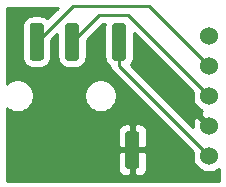
<source format=gbr>
G04 #@! TF.GenerationSoftware,KiCad,Pcbnew,(5.1.5)-3*
G04 #@! TF.CreationDate,2020-12-21T13:18:25+01:00*
G04 #@! TF.ProjectId,epimetheus_paj7620,6570696d-6574-4686-9575-735f70616a37,rev?*
G04 #@! TF.SameCoordinates,Original*
G04 #@! TF.FileFunction,Copper,L1,Top*
G04 #@! TF.FilePolarity,Positive*
%FSLAX46Y46*%
G04 Gerber Fmt 4.6, Leading zero omitted, Abs format (unit mm)*
G04 Created by KiCad (PCBNEW (5.1.5)-3) date 2020-12-21 13:18:25*
%MOMM*%
%LPD*%
G04 APERTURE LIST*
%ADD10C,1.524000*%
%ADD11C,0.100000*%
%ADD12C,0.800000*%
%ADD13C,0.250000*%
%ADD14C,0.254000*%
G04 APERTURE END LIST*
D10*
X179578000Y-25908000D03*
X179578000Y-28448000D03*
X179578000Y-30988000D03*
X179578000Y-33528000D03*
X179578000Y-36068000D03*
G04 #@! TA.AperFunction,SMDPad,CuDef*
D11*
G36*
X165302405Y-24817445D02*
G01*
X165331527Y-24821764D01*
X165360085Y-24828918D01*
X165387805Y-24838836D01*
X165414419Y-24851424D01*
X165439671Y-24866559D01*
X165463318Y-24884097D01*
X165485132Y-24903868D01*
X165504903Y-24925682D01*
X165522441Y-24949329D01*
X165537576Y-24974581D01*
X165550164Y-25001195D01*
X165560082Y-25028915D01*
X165567236Y-25057473D01*
X165571555Y-25086595D01*
X165573000Y-25116000D01*
X165573000Y-27716000D01*
X165571555Y-27745405D01*
X165567236Y-27774527D01*
X165560082Y-27803085D01*
X165550164Y-27830805D01*
X165537576Y-27857419D01*
X165522441Y-27882671D01*
X165504903Y-27906318D01*
X165485132Y-27928132D01*
X165463318Y-27947903D01*
X165439671Y-27965441D01*
X165414419Y-27980576D01*
X165387805Y-27993164D01*
X165360085Y-28003082D01*
X165331527Y-28010236D01*
X165302405Y-28014555D01*
X165273000Y-28016000D01*
X164673000Y-28016000D01*
X164643595Y-28014555D01*
X164614473Y-28010236D01*
X164585915Y-28003082D01*
X164558195Y-27993164D01*
X164531581Y-27980576D01*
X164506329Y-27965441D01*
X164482682Y-27947903D01*
X164460868Y-27928132D01*
X164441097Y-27906318D01*
X164423559Y-27882671D01*
X164408424Y-27857419D01*
X164395836Y-27830805D01*
X164385918Y-27803085D01*
X164378764Y-27774527D01*
X164374445Y-27745405D01*
X164373000Y-27716000D01*
X164373000Y-25116000D01*
X164374445Y-25086595D01*
X164378764Y-25057473D01*
X164385918Y-25028915D01*
X164395836Y-25001195D01*
X164408424Y-24974581D01*
X164423559Y-24949329D01*
X164441097Y-24925682D01*
X164460868Y-24903868D01*
X164482682Y-24884097D01*
X164506329Y-24866559D01*
X164531581Y-24851424D01*
X164558195Y-24838836D01*
X164585915Y-24828918D01*
X164614473Y-24821764D01*
X164643595Y-24817445D01*
X164673000Y-24816000D01*
X165273000Y-24816000D01*
X165302405Y-24817445D01*
G37*
G04 #@! TD.AperFunction*
G04 #@! TA.AperFunction,SMDPad,CuDef*
G36*
X168302405Y-24817445D02*
G01*
X168331527Y-24821764D01*
X168360085Y-24828918D01*
X168387805Y-24838836D01*
X168414419Y-24851424D01*
X168439671Y-24866559D01*
X168463318Y-24884097D01*
X168485132Y-24903868D01*
X168504903Y-24925682D01*
X168522441Y-24949329D01*
X168537576Y-24974581D01*
X168550164Y-25001195D01*
X168560082Y-25028915D01*
X168567236Y-25057473D01*
X168571555Y-25086595D01*
X168573000Y-25116000D01*
X168573000Y-27716000D01*
X168571555Y-27745405D01*
X168567236Y-27774527D01*
X168560082Y-27803085D01*
X168550164Y-27830805D01*
X168537576Y-27857419D01*
X168522441Y-27882671D01*
X168504903Y-27906318D01*
X168485132Y-27928132D01*
X168463318Y-27947903D01*
X168439671Y-27965441D01*
X168414419Y-27980576D01*
X168387805Y-27993164D01*
X168360085Y-28003082D01*
X168331527Y-28010236D01*
X168302405Y-28014555D01*
X168273000Y-28016000D01*
X167673000Y-28016000D01*
X167643595Y-28014555D01*
X167614473Y-28010236D01*
X167585915Y-28003082D01*
X167558195Y-27993164D01*
X167531581Y-27980576D01*
X167506329Y-27965441D01*
X167482682Y-27947903D01*
X167460868Y-27928132D01*
X167441097Y-27906318D01*
X167423559Y-27882671D01*
X167408424Y-27857419D01*
X167395836Y-27830805D01*
X167385918Y-27803085D01*
X167378764Y-27774527D01*
X167374445Y-27745405D01*
X167373000Y-27716000D01*
X167373000Y-25116000D01*
X167374445Y-25086595D01*
X167378764Y-25057473D01*
X167385918Y-25028915D01*
X167395836Y-25001195D01*
X167408424Y-24974581D01*
X167423559Y-24949329D01*
X167441097Y-24925682D01*
X167460868Y-24903868D01*
X167482682Y-24884097D01*
X167506329Y-24866559D01*
X167531581Y-24851424D01*
X167558195Y-24838836D01*
X167585915Y-24828918D01*
X167614473Y-24821764D01*
X167643595Y-24817445D01*
X167673000Y-24816000D01*
X168273000Y-24816000D01*
X168302405Y-24817445D01*
G37*
G04 #@! TD.AperFunction*
G04 #@! TA.AperFunction,SMDPad,CuDef*
G36*
X172287405Y-24817445D02*
G01*
X172316527Y-24821764D01*
X172345085Y-24828918D01*
X172372805Y-24838836D01*
X172399419Y-24851424D01*
X172424671Y-24866559D01*
X172448318Y-24884097D01*
X172470132Y-24903868D01*
X172489903Y-24925682D01*
X172507441Y-24949329D01*
X172522576Y-24974581D01*
X172535164Y-25001195D01*
X172545082Y-25028915D01*
X172552236Y-25057473D01*
X172556555Y-25086595D01*
X172558000Y-25116000D01*
X172558000Y-27716000D01*
X172556555Y-27745405D01*
X172552236Y-27774527D01*
X172545082Y-27803085D01*
X172535164Y-27830805D01*
X172522576Y-27857419D01*
X172507441Y-27882671D01*
X172489903Y-27906318D01*
X172470132Y-27928132D01*
X172448318Y-27947903D01*
X172424671Y-27965441D01*
X172399419Y-27980576D01*
X172372805Y-27993164D01*
X172345085Y-28003082D01*
X172316527Y-28010236D01*
X172287405Y-28014555D01*
X172258000Y-28016000D01*
X171658000Y-28016000D01*
X171628595Y-28014555D01*
X171599473Y-28010236D01*
X171570915Y-28003082D01*
X171543195Y-27993164D01*
X171516581Y-27980576D01*
X171491329Y-27965441D01*
X171467682Y-27947903D01*
X171445868Y-27928132D01*
X171426097Y-27906318D01*
X171408559Y-27882671D01*
X171393424Y-27857419D01*
X171380836Y-27830805D01*
X171370918Y-27803085D01*
X171363764Y-27774527D01*
X171359445Y-27745405D01*
X171358000Y-27716000D01*
X171358000Y-25116000D01*
X171359445Y-25086595D01*
X171363764Y-25057473D01*
X171370918Y-25028915D01*
X171380836Y-25001195D01*
X171393424Y-24974581D01*
X171408559Y-24949329D01*
X171426097Y-24925682D01*
X171445868Y-24903868D01*
X171467682Y-24884097D01*
X171491329Y-24866559D01*
X171516581Y-24851424D01*
X171543195Y-24838836D01*
X171570915Y-24828918D01*
X171599473Y-24821764D01*
X171628595Y-24817445D01*
X171658000Y-24816000D01*
X172258000Y-24816000D01*
X172287405Y-24817445D01*
G37*
G04 #@! TD.AperFunction*
G04 #@! TA.AperFunction,SMDPad,CuDef*
G36*
X173402405Y-33961445D02*
G01*
X173431527Y-33965764D01*
X173460085Y-33972918D01*
X173487805Y-33982836D01*
X173514419Y-33995424D01*
X173539671Y-34010559D01*
X173563318Y-34028097D01*
X173585132Y-34047868D01*
X173604903Y-34069682D01*
X173622441Y-34093329D01*
X173637576Y-34118581D01*
X173650164Y-34145195D01*
X173660082Y-34172915D01*
X173667236Y-34201473D01*
X173671555Y-34230595D01*
X173673000Y-34260000D01*
X173673000Y-36860000D01*
X173671555Y-36889405D01*
X173667236Y-36918527D01*
X173660082Y-36947085D01*
X173650164Y-36974805D01*
X173637576Y-37001419D01*
X173622441Y-37026671D01*
X173604903Y-37050318D01*
X173585132Y-37072132D01*
X173563318Y-37091903D01*
X173539671Y-37109441D01*
X173514419Y-37124576D01*
X173487805Y-37137164D01*
X173460085Y-37147082D01*
X173431527Y-37154236D01*
X173402405Y-37158555D01*
X173373000Y-37160000D01*
X172773000Y-37160000D01*
X172743595Y-37158555D01*
X172714473Y-37154236D01*
X172685915Y-37147082D01*
X172658195Y-37137164D01*
X172631581Y-37124576D01*
X172606329Y-37109441D01*
X172582682Y-37091903D01*
X172560868Y-37072132D01*
X172541097Y-37050318D01*
X172523559Y-37026671D01*
X172508424Y-37001419D01*
X172495836Y-36974805D01*
X172485918Y-36947085D01*
X172478764Y-36918527D01*
X172474445Y-36889405D01*
X172473000Y-36860000D01*
X172473000Y-34260000D01*
X172474445Y-34230595D01*
X172478764Y-34201473D01*
X172485918Y-34172915D01*
X172495836Y-34145195D01*
X172508424Y-34118581D01*
X172523559Y-34093329D01*
X172541097Y-34069682D01*
X172560868Y-34047868D01*
X172582682Y-34028097D01*
X172606329Y-34010559D01*
X172631581Y-33995424D01*
X172658195Y-33982836D01*
X172685915Y-33972918D01*
X172714473Y-33965764D01*
X172743595Y-33961445D01*
X172773000Y-33960000D01*
X173373000Y-33960000D01*
X173402405Y-33961445D01*
G37*
G04 #@! TD.AperFunction*
D12*
X172974000Y-35560000D03*
D13*
X168021000Y-23368000D02*
X164973000Y-26416000D01*
X179578000Y-28448000D02*
X174498000Y-23368000D01*
X174498000Y-23368000D02*
X168021000Y-23368000D01*
X170259000Y-24130000D02*
X167973000Y-26416000D01*
X179578000Y-30988000D02*
X172720000Y-24130000D01*
X172720000Y-24130000D02*
X170259000Y-24130000D01*
X171958000Y-28448000D02*
X171958000Y-26416000D01*
X179578000Y-36068000D02*
X171958000Y-28448000D01*
D14*
G36*
X165895233Y-24418966D02*
G01*
X165794165Y-24336022D01*
X165631985Y-24249334D01*
X165456009Y-24195953D01*
X165273000Y-24177928D01*
X164673000Y-24177928D01*
X164489991Y-24195953D01*
X164314015Y-24249334D01*
X164151835Y-24336022D01*
X164009683Y-24452683D01*
X163893022Y-24594835D01*
X163806334Y-24757015D01*
X163752953Y-24932991D01*
X163734928Y-25116000D01*
X163734928Y-27716000D01*
X163752953Y-27899009D01*
X163806334Y-28074985D01*
X163893022Y-28237165D01*
X164009683Y-28379317D01*
X164151835Y-28495978D01*
X164314015Y-28582666D01*
X164489991Y-28636047D01*
X164673000Y-28654072D01*
X165273000Y-28654072D01*
X165456009Y-28636047D01*
X165631985Y-28582666D01*
X165794165Y-28495978D01*
X165936317Y-28379317D01*
X166052978Y-28237165D01*
X166139666Y-28074985D01*
X166193047Y-27899009D01*
X166211072Y-27716000D01*
X166211072Y-26252729D01*
X166734928Y-25728873D01*
X166734928Y-27716000D01*
X166752953Y-27899009D01*
X166806334Y-28074985D01*
X166893022Y-28237165D01*
X167009683Y-28379317D01*
X167151835Y-28495978D01*
X167314015Y-28582666D01*
X167489991Y-28636047D01*
X167673000Y-28654072D01*
X168273000Y-28654072D01*
X168456009Y-28636047D01*
X168631985Y-28582666D01*
X168794165Y-28495978D01*
X168936317Y-28379317D01*
X169052978Y-28237165D01*
X169139666Y-28074985D01*
X169193047Y-27899009D01*
X169211072Y-27716000D01*
X169211072Y-26252729D01*
X170573802Y-24890000D01*
X170750994Y-24890000D01*
X170737953Y-24932991D01*
X170719928Y-25116000D01*
X170719928Y-27716000D01*
X170737953Y-27899009D01*
X170791334Y-28074985D01*
X170878022Y-28237165D01*
X170994683Y-28379317D01*
X171136835Y-28495978D01*
X171202506Y-28531080D01*
X171208997Y-28596985D01*
X171226314Y-28654072D01*
X171252454Y-28740246D01*
X171323026Y-28872276D01*
X171362871Y-28920826D01*
X171417999Y-28988001D01*
X171447003Y-29011804D01*
X178211628Y-35776430D01*
X178181000Y-35930408D01*
X178181000Y-36205592D01*
X178234686Y-36475490D01*
X178339995Y-36729727D01*
X178492880Y-36958535D01*
X178687465Y-37153120D01*
X178916273Y-37306005D01*
X179170510Y-37411314D01*
X179440408Y-37465000D01*
X179715592Y-37465000D01*
X179985490Y-37411314D01*
X180239727Y-37306005D01*
X180442000Y-37170850D01*
X180442000Y-38202000D01*
X162458000Y-38202000D01*
X162458000Y-37160000D01*
X171834928Y-37160000D01*
X171847188Y-37284482D01*
X171883498Y-37404180D01*
X171942463Y-37514494D01*
X172021815Y-37611185D01*
X172118506Y-37690537D01*
X172228820Y-37749502D01*
X172348518Y-37785812D01*
X172473000Y-37798072D01*
X172787250Y-37795000D01*
X172946000Y-37636250D01*
X172946000Y-35687000D01*
X173200000Y-35687000D01*
X173200000Y-37636250D01*
X173358750Y-37795000D01*
X173673000Y-37798072D01*
X173797482Y-37785812D01*
X173917180Y-37749502D01*
X174027494Y-37690537D01*
X174124185Y-37611185D01*
X174203537Y-37514494D01*
X174262502Y-37404180D01*
X174298812Y-37284482D01*
X174311072Y-37160000D01*
X174308000Y-35845750D01*
X174149250Y-35687000D01*
X173200000Y-35687000D01*
X172946000Y-35687000D01*
X171996750Y-35687000D01*
X171838000Y-35845750D01*
X171834928Y-37160000D01*
X162458000Y-37160000D01*
X162458000Y-33960000D01*
X171834928Y-33960000D01*
X171838000Y-35274250D01*
X171996750Y-35433000D01*
X172946000Y-35433000D01*
X172946000Y-33483750D01*
X173200000Y-33483750D01*
X173200000Y-35433000D01*
X174149250Y-35433000D01*
X174308000Y-35274250D01*
X174311072Y-33960000D01*
X174298812Y-33835518D01*
X174262502Y-33715820D01*
X174203537Y-33605506D01*
X174124185Y-33508815D01*
X174027494Y-33429463D01*
X173917180Y-33370498D01*
X173797482Y-33334188D01*
X173673000Y-33321928D01*
X173358750Y-33325000D01*
X173200000Y-33483750D01*
X172946000Y-33483750D01*
X172787250Y-33325000D01*
X172473000Y-33321928D01*
X172348518Y-33334188D01*
X172228820Y-33370498D01*
X172118506Y-33429463D01*
X172021815Y-33508815D01*
X171942463Y-33605506D01*
X171883498Y-33715820D01*
X171847188Y-33835518D01*
X171834928Y-33960000D01*
X162458000Y-33960000D01*
X162458000Y-32031685D01*
X162490114Y-32063799D01*
X162716957Y-32215371D01*
X162969011Y-32319775D01*
X163236589Y-32373000D01*
X163509411Y-32373000D01*
X163776989Y-32319775D01*
X164029043Y-32215371D01*
X164255886Y-32063799D01*
X164448799Y-31870886D01*
X164600371Y-31644043D01*
X164704775Y-31391989D01*
X164758000Y-31124411D01*
X164758000Y-30851589D01*
X168988000Y-30851589D01*
X168988000Y-31124411D01*
X169041225Y-31391989D01*
X169145629Y-31644043D01*
X169297201Y-31870886D01*
X169490114Y-32063799D01*
X169716957Y-32215371D01*
X169969011Y-32319775D01*
X170236589Y-32373000D01*
X170509411Y-32373000D01*
X170776989Y-32319775D01*
X171029043Y-32215371D01*
X171255886Y-32063799D01*
X171448799Y-31870886D01*
X171600371Y-31644043D01*
X171704775Y-31391989D01*
X171758000Y-31124411D01*
X171758000Y-30851589D01*
X171704775Y-30584011D01*
X171600371Y-30331957D01*
X171448799Y-30105114D01*
X171255886Y-29912201D01*
X171029043Y-29760629D01*
X170776989Y-29656225D01*
X170509411Y-29603000D01*
X170236589Y-29603000D01*
X169969011Y-29656225D01*
X169716957Y-29760629D01*
X169490114Y-29912201D01*
X169297201Y-30105114D01*
X169145629Y-30331957D01*
X169041225Y-30584011D01*
X168988000Y-30851589D01*
X164758000Y-30851589D01*
X164704775Y-30584011D01*
X164600371Y-30331957D01*
X164448799Y-30105114D01*
X164255886Y-29912201D01*
X164029043Y-29760629D01*
X163776989Y-29656225D01*
X163509411Y-29603000D01*
X163236589Y-29603000D01*
X162969011Y-29656225D01*
X162716957Y-29760629D01*
X162490114Y-29912201D01*
X162458000Y-29944315D01*
X162458000Y-23520000D01*
X166794198Y-23520000D01*
X165895233Y-24418966D01*
G37*
X165895233Y-24418966D02*
X165794165Y-24336022D01*
X165631985Y-24249334D01*
X165456009Y-24195953D01*
X165273000Y-24177928D01*
X164673000Y-24177928D01*
X164489991Y-24195953D01*
X164314015Y-24249334D01*
X164151835Y-24336022D01*
X164009683Y-24452683D01*
X163893022Y-24594835D01*
X163806334Y-24757015D01*
X163752953Y-24932991D01*
X163734928Y-25116000D01*
X163734928Y-27716000D01*
X163752953Y-27899009D01*
X163806334Y-28074985D01*
X163893022Y-28237165D01*
X164009683Y-28379317D01*
X164151835Y-28495978D01*
X164314015Y-28582666D01*
X164489991Y-28636047D01*
X164673000Y-28654072D01*
X165273000Y-28654072D01*
X165456009Y-28636047D01*
X165631985Y-28582666D01*
X165794165Y-28495978D01*
X165936317Y-28379317D01*
X166052978Y-28237165D01*
X166139666Y-28074985D01*
X166193047Y-27899009D01*
X166211072Y-27716000D01*
X166211072Y-26252729D01*
X166734928Y-25728873D01*
X166734928Y-27716000D01*
X166752953Y-27899009D01*
X166806334Y-28074985D01*
X166893022Y-28237165D01*
X167009683Y-28379317D01*
X167151835Y-28495978D01*
X167314015Y-28582666D01*
X167489991Y-28636047D01*
X167673000Y-28654072D01*
X168273000Y-28654072D01*
X168456009Y-28636047D01*
X168631985Y-28582666D01*
X168794165Y-28495978D01*
X168936317Y-28379317D01*
X169052978Y-28237165D01*
X169139666Y-28074985D01*
X169193047Y-27899009D01*
X169211072Y-27716000D01*
X169211072Y-26252729D01*
X170573802Y-24890000D01*
X170750994Y-24890000D01*
X170737953Y-24932991D01*
X170719928Y-25116000D01*
X170719928Y-27716000D01*
X170737953Y-27899009D01*
X170791334Y-28074985D01*
X170878022Y-28237165D01*
X170994683Y-28379317D01*
X171136835Y-28495978D01*
X171202506Y-28531080D01*
X171208997Y-28596985D01*
X171226314Y-28654072D01*
X171252454Y-28740246D01*
X171323026Y-28872276D01*
X171362871Y-28920826D01*
X171417999Y-28988001D01*
X171447003Y-29011804D01*
X178211628Y-35776430D01*
X178181000Y-35930408D01*
X178181000Y-36205592D01*
X178234686Y-36475490D01*
X178339995Y-36729727D01*
X178492880Y-36958535D01*
X178687465Y-37153120D01*
X178916273Y-37306005D01*
X179170510Y-37411314D01*
X179440408Y-37465000D01*
X179715592Y-37465000D01*
X179985490Y-37411314D01*
X180239727Y-37306005D01*
X180442000Y-37170850D01*
X180442000Y-38202000D01*
X162458000Y-38202000D01*
X162458000Y-37160000D01*
X171834928Y-37160000D01*
X171847188Y-37284482D01*
X171883498Y-37404180D01*
X171942463Y-37514494D01*
X172021815Y-37611185D01*
X172118506Y-37690537D01*
X172228820Y-37749502D01*
X172348518Y-37785812D01*
X172473000Y-37798072D01*
X172787250Y-37795000D01*
X172946000Y-37636250D01*
X172946000Y-35687000D01*
X173200000Y-35687000D01*
X173200000Y-37636250D01*
X173358750Y-37795000D01*
X173673000Y-37798072D01*
X173797482Y-37785812D01*
X173917180Y-37749502D01*
X174027494Y-37690537D01*
X174124185Y-37611185D01*
X174203537Y-37514494D01*
X174262502Y-37404180D01*
X174298812Y-37284482D01*
X174311072Y-37160000D01*
X174308000Y-35845750D01*
X174149250Y-35687000D01*
X173200000Y-35687000D01*
X172946000Y-35687000D01*
X171996750Y-35687000D01*
X171838000Y-35845750D01*
X171834928Y-37160000D01*
X162458000Y-37160000D01*
X162458000Y-33960000D01*
X171834928Y-33960000D01*
X171838000Y-35274250D01*
X171996750Y-35433000D01*
X172946000Y-35433000D01*
X172946000Y-33483750D01*
X173200000Y-33483750D01*
X173200000Y-35433000D01*
X174149250Y-35433000D01*
X174308000Y-35274250D01*
X174311072Y-33960000D01*
X174298812Y-33835518D01*
X174262502Y-33715820D01*
X174203537Y-33605506D01*
X174124185Y-33508815D01*
X174027494Y-33429463D01*
X173917180Y-33370498D01*
X173797482Y-33334188D01*
X173673000Y-33321928D01*
X173358750Y-33325000D01*
X173200000Y-33483750D01*
X172946000Y-33483750D01*
X172787250Y-33325000D01*
X172473000Y-33321928D01*
X172348518Y-33334188D01*
X172228820Y-33370498D01*
X172118506Y-33429463D01*
X172021815Y-33508815D01*
X171942463Y-33605506D01*
X171883498Y-33715820D01*
X171847188Y-33835518D01*
X171834928Y-33960000D01*
X162458000Y-33960000D01*
X162458000Y-32031685D01*
X162490114Y-32063799D01*
X162716957Y-32215371D01*
X162969011Y-32319775D01*
X163236589Y-32373000D01*
X163509411Y-32373000D01*
X163776989Y-32319775D01*
X164029043Y-32215371D01*
X164255886Y-32063799D01*
X164448799Y-31870886D01*
X164600371Y-31644043D01*
X164704775Y-31391989D01*
X164758000Y-31124411D01*
X164758000Y-30851589D01*
X168988000Y-30851589D01*
X168988000Y-31124411D01*
X169041225Y-31391989D01*
X169145629Y-31644043D01*
X169297201Y-31870886D01*
X169490114Y-32063799D01*
X169716957Y-32215371D01*
X169969011Y-32319775D01*
X170236589Y-32373000D01*
X170509411Y-32373000D01*
X170776989Y-32319775D01*
X171029043Y-32215371D01*
X171255886Y-32063799D01*
X171448799Y-31870886D01*
X171600371Y-31644043D01*
X171704775Y-31391989D01*
X171758000Y-31124411D01*
X171758000Y-30851589D01*
X171704775Y-30584011D01*
X171600371Y-30331957D01*
X171448799Y-30105114D01*
X171255886Y-29912201D01*
X171029043Y-29760629D01*
X170776989Y-29656225D01*
X170509411Y-29603000D01*
X170236589Y-29603000D01*
X169969011Y-29656225D01*
X169716957Y-29760629D01*
X169490114Y-29912201D01*
X169297201Y-30105114D01*
X169145629Y-30331957D01*
X169041225Y-30584011D01*
X168988000Y-30851589D01*
X164758000Y-30851589D01*
X164704775Y-30584011D01*
X164600371Y-30331957D01*
X164448799Y-30105114D01*
X164255886Y-29912201D01*
X164029043Y-29760629D01*
X163776989Y-29656225D01*
X163509411Y-29603000D01*
X163236589Y-29603000D01*
X162969011Y-29656225D01*
X162716957Y-29760629D01*
X162490114Y-29912201D01*
X162458000Y-29944315D01*
X162458000Y-23520000D01*
X166794198Y-23520000D01*
X165895233Y-24418966D01*
G36*
X178211628Y-30696430D02*
G01*
X178181000Y-30850408D01*
X178181000Y-31125592D01*
X178234686Y-31395490D01*
X178339995Y-31649727D01*
X178492880Y-31878535D01*
X178687465Y-32073120D01*
X178916273Y-32226005D01*
X178987943Y-32255692D01*
X178974977Y-32260364D01*
X178859020Y-32322344D01*
X178792040Y-32562435D01*
X179578000Y-33348395D01*
X179592143Y-33334253D01*
X179771748Y-33513858D01*
X179757605Y-33528000D01*
X179771748Y-33542143D01*
X179592143Y-33721748D01*
X179578000Y-33707605D01*
X179563858Y-33721748D01*
X179384253Y-33542143D01*
X179398395Y-33528000D01*
X178612435Y-32742040D01*
X178372344Y-32809020D01*
X178255244Y-33058048D01*
X178188977Y-33325135D01*
X178176481Y-33591679D01*
X172940610Y-28355809D01*
X173037978Y-28237165D01*
X173124666Y-28074985D01*
X173178047Y-27899009D01*
X173196072Y-27716000D01*
X173196072Y-25680873D01*
X178211628Y-30696430D01*
G37*
X178211628Y-30696430D02*
X178181000Y-30850408D01*
X178181000Y-31125592D01*
X178234686Y-31395490D01*
X178339995Y-31649727D01*
X178492880Y-31878535D01*
X178687465Y-32073120D01*
X178916273Y-32226005D01*
X178987943Y-32255692D01*
X178974977Y-32260364D01*
X178859020Y-32322344D01*
X178792040Y-32562435D01*
X179578000Y-33348395D01*
X179592143Y-33334253D01*
X179771748Y-33513858D01*
X179757605Y-33528000D01*
X179771748Y-33542143D01*
X179592143Y-33721748D01*
X179578000Y-33707605D01*
X179563858Y-33721748D01*
X179384253Y-33542143D01*
X179398395Y-33528000D01*
X178612435Y-32742040D01*
X178372344Y-32809020D01*
X178255244Y-33058048D01*
X178188977Y-33325135D01*
X178176481Y-33591679D01*
X172940610Y-28355809D01*
X173037978Y-28237165D01*
X173124666Y-28074985D01*
X173178047Y-27899009D01*
X173196072Y-27716000D01*
X173196072Y-25680873D01*
X178211628Y-30696430D01*
M02*

</source>
